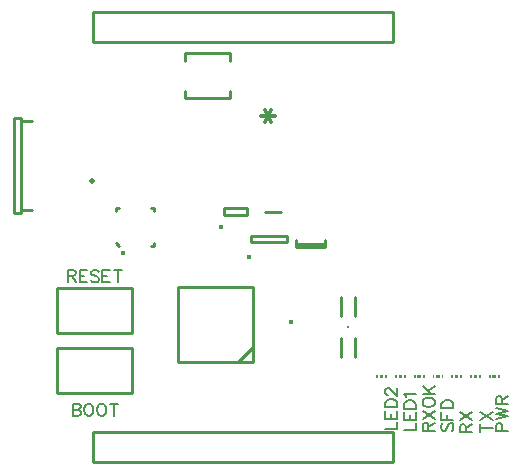
<source format=gto>
G04 DipTrace 2.4.0.2*
%INTopSilk.gbr*%
%MOIN*%
%ADD10C,0.0098*%
%ADD24C,0.0094*%
%ADD26C,0.0197*%
%ADD34C,0.0154*%
%ADD44O,0.0154X0.0144*%
%ADD105C,0.0062*%
%ADD108C,0.0124*%
%FSLAX44Y44*%
G04*
G70*
G90*
G75*
G01*
%LNTopSilk*%
%LPD*%
X12696Y12778D2*
D10*
X12184D1*
X14182Y11698D2*
X13198D1*
X14182Y11623D2*
X13198D1*
X14182D2*
Y11859D1*
X13198Y11623D2*
Y11859D1*
G36*
X19992Y7360D2*
X19933D1*
Y7242D1*
X19992D1*
Y7360D1*
G37*
G36*
X19697D2*
X19638D1*
Y7242D1*
X19697D1*
Y7360D1*
G37*
G36*
X19874D2*
X19756D1*
Y7242D1*
X19874D1*
Y7360D1*
G37*
G36*
X19367D2*
X19308D1*
Y7242D1*
X19367D1*
Y7360D1*
G37*
G36*
X19072D2*
X19013D1*
Y7242D1*
X19072D1*
Y7360D1*
G37*
G36*
X19249D2*
X19131D1*
Y7242D1*
X19249D1*
Y7360D1*
G37*
G36*
X18742D2*
X18683D1*
Y7242D1*
X18742D1*
Y7360D1*
G37*
G36*
X18447D2*
X18388D1*
Y7242D1*
X18447D1*
Y7360D1*
G37*
G36*
X18624D2*
X18506D1*
Y7242D1*
X18624D1*
Y7360D1*
G37*
G36*
X18117D2*
X18058D1*
Y7242D1*
X18117D1*
Y7360D1*
G37*
G36*
X17822D2*
X17763D1*
Y7242D1*
X17822D1*
Y7360D1*
G37*
G36*
X17999D2*
X17881D1*
Y7242D1*
X17999D1*
Y7360D1*
G37*
G36*
X17492D2*
X17433D1*
Y7242D1*
X17492D1*
Y7360D1*
G37*
G36*
X17197D2*
X17138D1*
Y7242D1*
X17197D1*
Y7360D1*
G37*
G36*
X17374D2*
X17256D1*
Y7242D1*
X17374D1*
Y7360D1*
G37*
G36*
X16867D2*
X16808D1*
Y7242D1*
X16867D1*
Y7360D1*
G37*
G36*
X16572D2*
X16513D1*
Y7242D1*
X16572D1*
Y7360D1*
G37*
G36*
X16749D2*
X16631D1*
Y7242D1*
X16749D1*
Y7360D1*
G37*
G36*
X16242D2*
X16183D1*
Y7242D1*
X16242D1*
Y7360D1*
G37*
G36*
X15947D2*
X15888D1*
Y7242D1*
X15947D1*
Y7360D1*
G37*
G36*
X16124D2*
X16006D1*
Y7242D1*
X16124D1*
Y7360D1*
G37*
X15176Y8572D2*
D10*
Y7942D1*
X14704Y8572D2*
Y7942D1*
D24*
X14940Y8942D3*
X14704Y9308D2*
D10*
Y9938D1*
X15176Y9308D2*
Y9938D1*
D24*
X14940Y8938D3*
X4395Y12831D2*
D10*
X4040D1*
Y15823D2*
X4395D1*
D26*
X6422Y13815D3*
X4040Y15921D2*
D10*
Y12732D1*
Y15921D2*
X3804D1*
X4040Y12732D2*
X3804D1*
Y15921D2*
Y12732D1*
X6440Y19440D2*
X16440D1*
Y18440D1*
X6440D1*
Y19440D1*
Y5440D2*
X16440D1*
Y4440D1*
X6440D1*
Y5440D1*
X9493Y18065D2*
Y17815D1*
Y18065D2*
X10993D1*
Y17815D1*
X9493Y16815D2*
Y16565D1*
X10993D1*
Y16815D1*
D34*
X11632Y11293D3*
X11724Y11794D2*
D10*
X12905D1*
Y11991D1*
X11724D1*
Y11794D1*
X5247Y10260D2*
X7747D1*
Y8760D1*
X5247D1*
Y10260D1*
Y8260D2*
X7747D1*
Y6760D1*
X5247D1*
Y8260D1*
X11767Y7773D2*
X9267D1*
Y10273D1*
X11767D1*
Y7773D1*
Y8273D2*
X11267Y7773D1*
D34*
X10710Y12269D3*
X10802Y12692D2*
D10*
X11590D1*
Y12929D1*
X10802D1*
Y12692D1*
X7312Y11648D2*
X7194Y11754D1*
X8484Y11648D2*
Y11754D1*
Y11648D2*
X8365D1*
X8484Y12915D2*
X8365D1*
X8484D2*
Y12809D1*
X7194Y12915D2*
X7312D1*
X7194D2*
Y12809D1*
D44*
X7432Y11424D3*
D34*
X13046Y9113D3*
X20088Y5477D2*
D105*
Y5650D1*
X20069Y5707D1*
X20049Y5726D1*
X20011Y5745D1*
X19954D1*
X19916Y5726D1*
X19896Y5707D1*
X19877Y5650D1*
Y5477D1*
X20279D1*
X19877Y5869D2*
X20279Y5965D1*
X19877Y6060D1*
X20279Y6156D1*
X19877Y6252D1*
X20069Y6375D2*
Y6547D1*
X20049Y6605D1*
X20030Y6624D1*
X19992Y6643D1*
X19954D1*
X19916Y6624D1*
X19896Y6605D1*
X19877Y6547D1*
Y6375D1*
X20279D1*
X20069Y6509D2*
X20279Y6643D1*
X19357Y5580D2*
X19759D1*
X19357Y5446D2*
Y5714D1*
Y5837D2*
X19759Y6105D1*
X19357D2*
X19759Y5837D1*
X18864Y5446D2*
Y5618D1*
X18844Y5675D1*
X18825Y5695D1*
X18787Y5714D1*
X18749D1*
X18711Y5695D1*
X18691Y5675D1*
X18672Y5618D1*
Y5446D1*
X19074D1*
X18864Y5580D2*
X19074Y5714D1*
X18672Y5837D2*
X19074Y6105D1*
X18672D2*
X19074Y5837D1*
X18110Y5737D2*
X18071Y5699D1*
X18052Y5642D1*
Y5565D1*
X18071Y5508D1*
X18110Y5469D1*
X18148D1*
X18186Y5489D1*
X18205Y5508D1*
X18224Y5546D1*
X18263Y5661D1*
X18282Y5699D1*
X18301Y5718D1*
X18339Y5737D1*
X18396D1*
X18435Y5699D1*
X18454Y5642D1*
Y5565D1*
X18435Y5508D1*
X18396Y5469D1*
X18052Y6110D2*
Y5861D1*
X18454D1*
X18244D2*
Y6014D1*
X18052Y6233D2*
X18454D1*
Y6367D1*
X18435Y6425D1*
X18396Y6463D1*
X18358Y6482D1*
X18301Y6501D1*
X18205D1*
X18148Y6482D1*
X18110Y6463D1*
X18071Y6425D1*
X18052Y6367D1*
Y6233D1*
X17619Y5495D2*
Y5667D1*
X17599Y5725D1*
X17580Y5744D1*
X17542Y5763D1*
X17504D1*
X17466Y5744D1*
X17446Y5725D1*
X17427Y5667D1*
Y5495D1*
X17829D1*
X17619Y5629D2*
X17829Y5763D1*
X17427Y5887D2*
X17829Y6155D1*
X17427D2*
X17829Y5887D1*
X17427Y6393D2*
X17446Y6355D1*
X17485Y6316D1*
X17523Y6297D1*
X17580Y6278D1*
X17676D1*
X17733Y6297D1*
X17771Y6316D1*
X17810Y6355D1*
X17829Y6393D1*
Y6469D1*
X17810Y6507D1*
X17771Y6546D1*
X17733Y6565D1*
X17676Y6584D1*
X17580D1*
X17523Y6565D1*
X17485Y6546D1*
X17446Y6507D1*
X17427Y6469D1*
Y6393D1*
Y6708D2*
X17829D1*
X17427Y6975D2*
X17695Y6708D1*
X17599Y6803D2*
X17829Y6975D1*
X16802Y5504D2*
X17204D1*
Y5734D1*
X16802Y6106D2*
Y5857D1*
X17204D1*
Y6106D1*
X16994Y5857D2*
Y6010D1*
X16802Y6229D2*
X17204D1*
Y6363D1*
X17185Y6421D1*
X17146Y6459D1*
X17108Y6478D1*
X17051Y6497D1*
X16955D1*
X16898Y6478D1*
X16860Y6459D1*
X16821Y6421D1*
X16802Y6363D1*
Y6229D1*
X16879Y6621D2*
X16860Y6659D1*
X16802Y6716D1*
X17204D1*
X16177Y5543D2*
X16579D1*
Y5773D1*
X16177Y6145D2*
Y5896D1*
X16579D1*
Y6145D1*
X16369Y5896D2*
Y6049D1*
X16177Y6268D2*
X16579D1*
Y6402D1*
X16560Y6460D1*
X16521Y6498D1*
X16483Y6517D1*
X16426Y6536D1*
X16330D1*
X16273Y6517D1*
X16235Y6498D1*
X16196Y6460D1*
X16177Y6402D1*
Y6268D1*
X16273Y6679D2*
X16254D1*
X16216Y6698D1*
X16197Y6717D1*
X16177Y6755D1*
Y6832D1*
X16197Y6870D1*
X16216Y6889D1*
X16254Y6908D1*
X16292D1*
X16330Y6889D1*
X16388Y6851D1*
X16579Y6660D1*
Y6927D1*
X5600Y10654D2*
X5772D1*
X5829Y10674D1*
X5849Y10693D1*
X5868Y10731D1*
Y10769D1*
X5849Y10807D1*
X5829Y10827D1*
X5772Y10846D1*
X5600D1*
Y10444D1*
X5734Y10654D2*
X5868Y10444D1*
X6240Y10846D2*
X5991D1*
Y10444D1*
X6240D1*
X5991Y10654D2*
X6144D1*
X6631Y10788D2*
X6593Y10827D1*
X6536Y10846D1*
X6459D1*
X6402Y10827D1*
X6363Y10788D1*
Y10750D1*
X6383Y10712D1*
X6402Y10693D1*
X6440Y10674D1*
X6555Y10635D1*
X6593Y10616D1*
X6612Y10597D1*
X6631Y10559D1*
Y10501D1*
X6593Y10463D1*
X6536Y10444D1*
X6459D1*
X6402Y10463D1*
X6363Y10501D1*
X7003Y10846D2*
X6755D1*
Y10444D1*
X7003D1*
X6755Y10654D2*
X6908D1*
X7261Y10846D2*
Y10444D1*
X7127Y10846D2*
X7395D1*
X5758Y6386D2*
Y5984D1*
X5930D1*
X5988Y6003D1*
X6007Y6022D1*
X6026Y6060D1*
Y6118D1*
X6007Y6156D1*
X5988Y6175D1*
X5930Y6194D1*
X5988Y6214D1*
X6007Y6233D1*
X6026Y6271D1*
Y6309D1*
X6007Y6347D1*
X5988Y6367D1*
X5930Y6386D1*
X5758D1*
Y6194D2*
X5930D1*
X6264Y6386D2*
X6226Y6367D1*
X6188Y6328D1*
X6168Y6290D1*
X6149Y6233D1*
Y6137D1*
X6168Y6080D1*
X6188Y6041D1*
X6226Y6003D1*
X6264Y5984D1*
X6341D1*
X6379Y6003D1*
X6417Y6041D1*
X6436Y6080D1*
X6455Y6137D1*
Y6233D1*
X6436Y6290D1*
X6417Y6328D1*
X6379Y6367D1*
X6341Y6386D1*
X6264D1*
X6694D2*
X6655Y6367D1*
X6617Y6328D1*
X6598Y6290D1*
X6579Y6233D1*
Y6137D1*
X6598Y6080D1*
X6617Y6041D1*
X6655Y6003D1*
X6694Y5984D1*
X6770D1*
X6808Y6003D1*
X6847Y6041D1*
X6866Y6080D1*
X6885Y6137D1*
Y6233D1*
X6866Y6290D1*
X6847Y6328D1*
X6808Y6367D1*
X6770Y6386D1*
X6694D1*
X7142D2*
Y5984D1*
X7008Y6386D2*
X7276D1*
X12503Y15976D2*
D108*
X12044D1*
X12389Y16168D2*
X12159Y15785D1*
X12389D2*
X12159Y16168D1*
M02*

</source>
